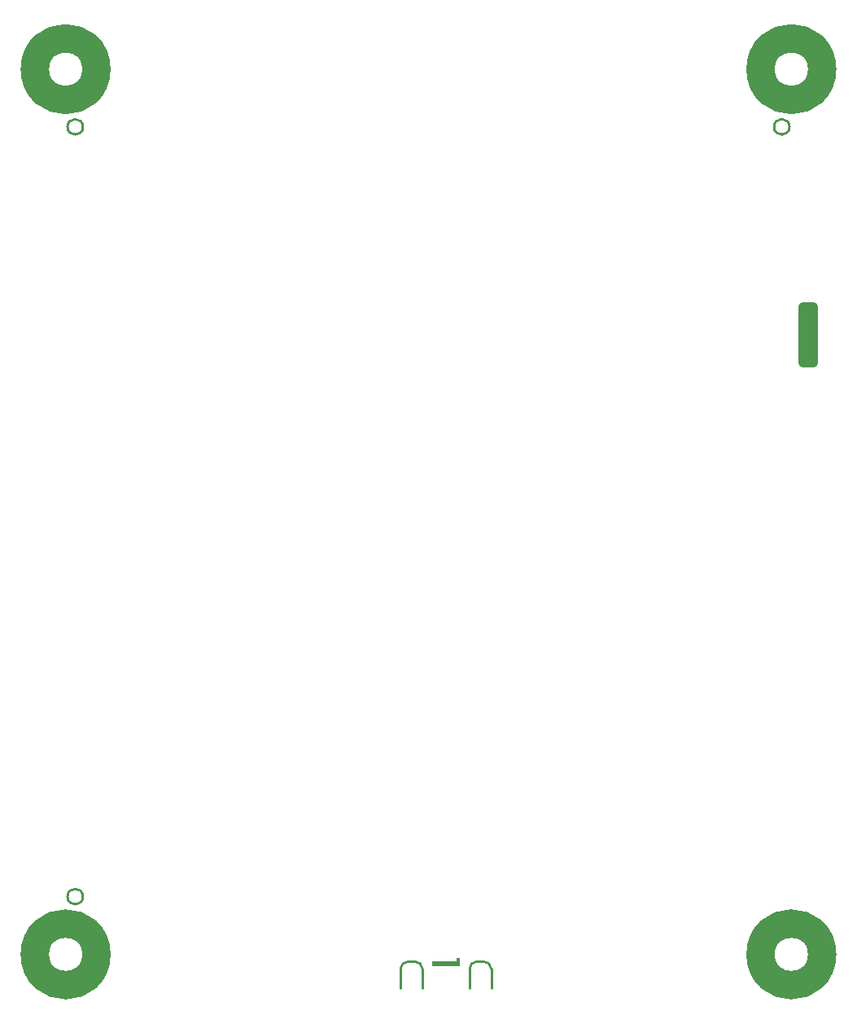
<source format=gko>
G04*
G04 #@! TF.GenerationSoftware,Altium Limited,Altium Designer,20.2.4 (192)*
G04*
G04 Layer_Color=16711935*
%FSLAX44Y44*%
%MOMM*%
G71*
G04*
G04 #@! TF.SameCoordinates,BA5F34B0-8EF9-400C-9F63-0181D384F855*
G04*
G04*
G04 #@! TF.FilePolarity,Positive*
G04*
G01*
G75*
%ADD11C,0.2540*%
%ADD76C,1.0000*%
%ADD92C,3.0000*%
G36*
X421050Y27498D02*
X449950D01*
X450500Y28048D01*
Y35998D01*
X446500D01*
X447001Y35498D01*
Y32998D01*
X421050D01*
Y27498D01*
D02*
G37*
D11*
X467750Y32498D02*
G03*
X460250Y24998I0J-7500D01*
G01*
X482750D02*
G03*
X475250Y32498I-7500J0D01*
G01*
X411051Y24999D02*
G03*
X403551Y32499I-7500J0D01*
G01*
X396051D02*
G03*
X388551Y24999I0J-7500D01*
G01*
X58070Y899998D02*
G03*
X58070Y899998I-8069J0D01*
G01*
X793070D02*
G03*
X793070Y899998I-8069J0D01*
G01*
X58070Y99998D02*
G03*
X58070Y99998I-8069J0D01*
G01*
X460250Y4998D02*
Y24998D01*
X467750Y32498D02*
X475250D01*
X482750Y4998D02*
Y24998D01*
X411051Y4999D02*
Y24999D01*
X396051Y32499D02*
X403551D01*
X388551Y4999D02*
Y24999D01*
D76*
X807500Y712498D02*
X817500D01*
X807500Y654998D02*
Y712498D01*
Y654998D02*
X817500D01*
Y712498D01*
D92*
X72016Y959998D02*
G03*
X72016Y959998I-32016J0D01*
G01*
X827016D02*
G03*
X827016Y959998I-32016J0D01*
G01*
Y39998D02*
G03*
X827016Y39998I-32016J0D01*
G01*
X72016D02*
G03*
X72016Y39998I-32016J0D01*
G01*
M02*

</source>
